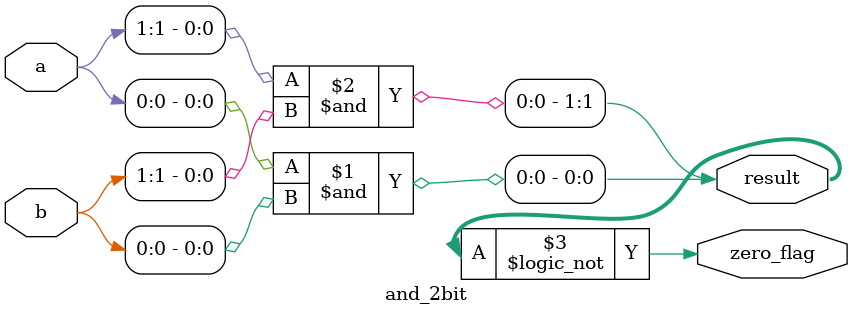
<source format=sv>
module and_2bit(
  input logic [1:0] a,
  input logic [1:0] b,
  output logic [1:0] result,
  output logic zero_flag
);

	assign result[0] = a[0] & b[0];
  assign result[1] = a[1] & b[1];


  // Set flags
  assign zero_flag = (result == 2'b00);

endmodule
</source>
